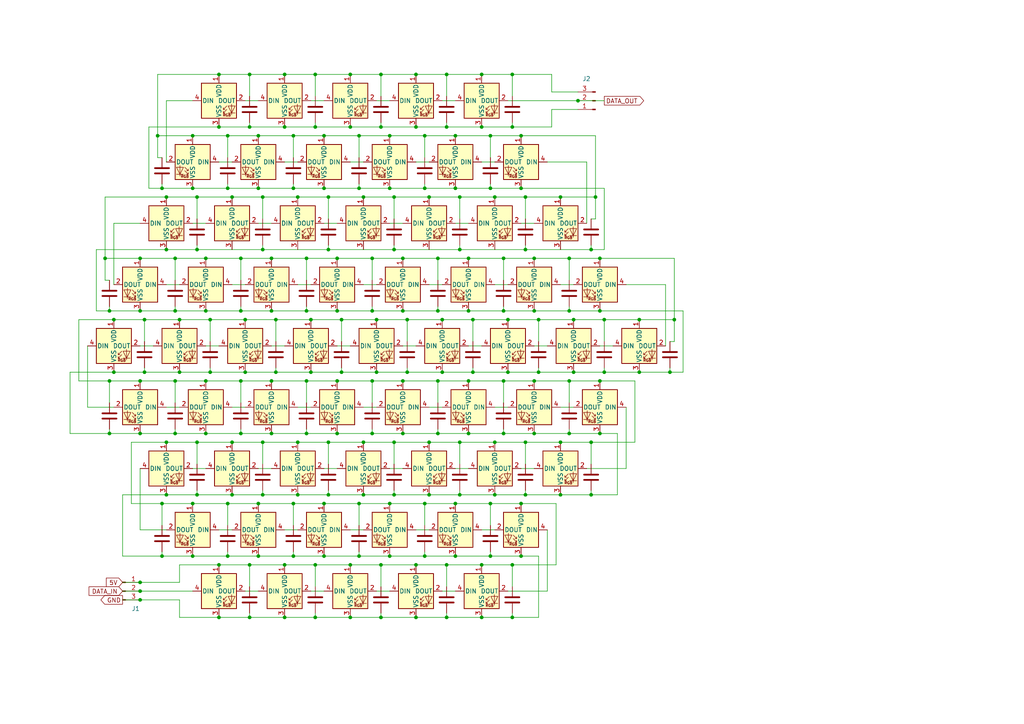
<source format=kicad_sch>
(kicad_sch (version 20230121) (generator eeschema)
  (paper "A4")
  (title_block (title "Hex Addressable LED matrix") (date "2023-11-25") (rev "1"))
  (junction (at 139.7 36.83))
  (junction (at 95.25 72.39))
  (junction (at 172.72 57.15))
  (junction (at 151.13 39.37))
  (junction (at 116.84 110.49))
  (junction (at 40.64 125.73))
  (junction (at 105.41 57.15))
  (junction (at 129.54 21.59))
  (junction (at 167.64 29.21))
  (junction (at 101.6 163.83))
  (junction (at 91.44 21.59))
  (junction (at 114.3 72.39))
  (junction (at 123.19 146.05))
  (junction (at 93.98 54.61))
  (junction (at 127 110.49))
  (junction (at 133.35 128.27))
  (junction (at 116.84 74.93))
  (junction (at 55.88 146.05))
  (junction (at 113.03 161.29))
  (junction (at 85.09 39.37))
  (junction (at 107.95 125.73))
  (junction (at 57.15 143.51))
  (junction (at 76.2 72.39))
  (junction (at 120.65 163.83))
  (junction (at 74.93 161.29))
  (junction (at 60.96 92.71))
  (junction (at 93.98 39.37))
  (junction (at 57.15 72.39))
  (junction (at 107.95 110.49))
  (junction (at 142.24 146.05))
  (junction (at 107.95 74.93))
  (junction (at 97.79 125.73))
  (junction (at 86.36 128.27))
  (junction (at 63.5 179.07))
  (junction (at 151.13 161.29))
  (junction (at 151.13 146.05))
  (junction (at 88.9 90.17))
  (junction (at 129.54 163.83))
  (junction (at 71.12 92.71))
  (junction (at 104.14 54.61))
  (junction (at 52.07 92.71))
  (junction (at 132.08 146.05))
  (junction (at 99.06 92.71))
  (junction (at 95.25 143.51))
  (junction (at 30.48 74.93))
  (junction (at 146.05 125.73))
  (junction (at 162.56 57.15))
  (junction (at 133.35 72.39))
  (junction (at 162.56 128.27))
  (junction (at 46.99 54.61))
  (junction (at 129.54 179.07))
  (junction (at 66.04 39.37))
  (junction (at 31.75 125.73))
  (junction (at 31.75 90.17))
  (junction (at 148.59 36.83))
  (junction (at 105.41 143.51))
  (junction (at 48.26 57.15))
  (junction (at 113.03 54.61))
  (junction (at 40.64 110.49))
  (junction (at 110.49 21.59))
  (junction (at 165.1 90.17))
  (junction (at 78.74 125.73))
  (junction (at 148.59 21.59))
  (junction (at 59.69 110.49))
  (junction (at 55.88 39.37))
  (junction (at 90.17 107.95))
  (junction (at 74.93 54.61))
  (junction (at 123.19 54.61))
  (junction (at 104.14 39.37))
  (junction (at 173.99 74.93))
  (junction (at 104.14 146.05))
  (junction (at 173.99 90.17))
  (junction (at 57.15 128.27))
  (junction (at 33.02 92.71))
  (junction (at 55.88 161.29))
  (junction (at 86.36 143.51))
  (junction (at 110.49 163.83))
  (junction (at 82.55 21.59))
  (junction (at 171.45 143.51))
  (junction (at 69.85 90.17))
  (junction (at 41.91 92.71))
  (junction (at 97.79 74.93))
  (junction (at 72.39 179.07))
  (junction (at 110.49 36.83))
  (junction (at 120.65 21.59))
  (junction (at 48.26 143.51))
  (junction (at 132.08 39.37))
  (junction (at 72.39 163.83))
  (junction (at 113.03 146.05))
  (junction (at 123.19 39.37))
  (junction (at 127 74.93))
  (junction (at 175.26 107.95))
  (junction (at 151.13 54.61))
  (junction (at 173.99 125.73))
  (junction (at 97.79 90.17))
  (junction (at 132.08 161.29))
  (junction (at 142.24 161.29))
  (junction (at 78.74 74.93))
  (junction (at 142.24 54.61))
  (junction (at 66.04 161.29))
  (junction (at 93.98 146.05))
  (junction (at 135.89 90.17))
  (junction (at 110.49 179.07))
  (junction (at 135.89 74.93))
  (junction (at 166.37 107.95))
  (junction (at 127 90.17))
  (junction (at 69.85 74.93))
  (junction (at 101.6 36.83))
  (junction (at 116.84 90.17))
  (junction (at 156.21 92.71))
  (junction (at 165.1 125.73))
  (junction (at 154.94 74.93))
  (junction (at 72.39 21.59))
  (junction (at 139.7 163.83))
  (junction (at 124.46 128.27))
  (junction (at 154.94 90.17))
  (junction (at 139.7 179.07))
  (junction (at 82.55 36.83))
  (junction (at 80.01 107.95))
  (junction (at 80.01 92.71))
  (junction (at 48.26 72.39))
  (junction (at 152.4 128.27))
  (junction (at 50.8 125.73))
  (junction (at 185.42 92.71))
  (junction (at 152.4 72.39))
  (junction (at 63.5 21.59))
  (junction (at 90.17 92.71))
  (junction (at 40.64 168.91))
  (junction (at 101.6 179.07))
  (junction (at 128.27 92.71))
  (junction (at 165.1 74.93))
  (junction (at 46.99 161.29))
  (junction (at 147.32 92.71))
  (junction (at 147.32 107.95))
  (junction (at 93.98 161.29))
  (junction (at 156.21 107.95))
  (junction (at 72.39 36.83))
  (junction (at 104.14 161.29))
  (junction (at 41.91 107.95))
  (junction (at 91.44 179.07))
  (junction (at 123.19 161.29))
  (junction (at 52.07 107.95))
  (junction (at 132.08 54.61))
  (junction (at 166.37 92.71))
  (junction (at 165.1 110.49))
  (junction (at 74.93 146.05))
  (junction (at 139.7 21.59))
  (junction (at 173.99 110.49))
  (junction (at 120.65 36.83))
  (junction (at 146.05 90.17))
  (junction (at 59.69 74.93))
  (junction (at 142.24 39.37))
  (junction (at 154.94 125.73))
  (junction (at 95.25 57.15))
  (junction (at 88.9 74.93))
  (junction (at 63.5 163.83))
  (junction (at 124.46 57.15))
  (junction (at 66.04 54.61))
  (junction (at 57.15 57.15))
  (junction (at 105.41 128.27))
  (junction (at 175.26 92.71))
  (junction (at 67.31 57.15))
  (junction (at 143.51 143.51))
  (junction (at 78.74 110.49))
  (junction (at 76.2 128.27))
  (junction (at 59.69 90.17))
  (junction (at 59.69 125.73))
  (junction (at 135.89 125.73))
  (junction (at 69.85 110.49))
  (junction (at 88.9 110.49))
  (junction (at 195.58 92.71))
  (junction (at 85.09 161.29))
  (junction (at 85.09 54.61))
  (junction (at 107.95 90.17))
  (junction (at 113.03 39.37))
  (junction (at 99.06 107.95))
  (junction (at 82.55 179.07))
  (junction (at 48.26 128.27))
  (junction (at 109.22 92.71))
  (junction (at 143.51 57.15))
  (junction (at 171.45 128.27))
  (junction (at 152.4 57.15))
  (junction (at 109.22 107.95))
  (junction (at 55.88 54.61))
  (junction (at 129.54 36.83))
  (junction (at 40.64 173.99))
  (junction (at 33.02 107.95))
  (junction (at 95.25 128.27))
  (junction (at 67.31 128.27))
  (junction (at 148.59 179.07))
  (junction (at 128.27 107.95))
  (junction (at 114.3 143.51))
  (junction (at 91.44 36.83))
  (junction (at 46.99 146.05))
  (junction (at 127 125.73))
  (junction (at 82.55 163.83))
  (junction (at 124.46 143.51))
  (junction (at 69.85 125.73))
  (junction (at 194.31 107.95))
  (junction (at 146.05 74.93))
  (junction (at 86.36 57.15))
  (junction (at 185.42 107.95))
  (junction (at 135.89 110.49))
  (junction (at 40.64 171.45))
  (junction (at 152.4 143.51))
  (junction (at 120.65 179.07))
  (junction (at 101.6 21.59))
  (junction (at 118.11 92.71))
  (junction (at 88.9 125.73))
  (junction (at 143.51 128.27))
  (junction (at 137.16 92.71))
  (junction (at 60.96 107.95))
  (junction (at 148.59 163.83))
  (junction (at 40.64 90.17))
  (junction (at 66.04 146.05))
  (junction (at 76.2 57.15))
  (junction (at 146.05 110.49))
  (junction (at 162.56 143.51))
  (junction (at 40.64 74.93))
  (junction (at 71.12 107.95))
  (junction (at 63.5 36.83))
  (junction (at 74.93 39.37))
  (junction (at 85.09 146.05))
  (junction (at 91.44 163.83))
  (junction (at 31.75 110.49))
  (junction (at 45.72 39.37))
  (junction (at 97.79 110.49))
  (junction (at 76.2 143.51))
  (junction (at 137.16 107.95))
  (junction (at 116.84 125.73))
  (junction (at 171.45 72.39))
  (junction (at 118.11 107.95))
  (junction (at 78.74 90.17))
  (junction (at 114.3 128.27))
  (junction (at 133.35 143.51))
  (junction (at 67.31 143.51))
  (junction (at 133.35 57.15))
  (junction (at 114.3 57.15))
  (junction (at 154.94 110.49))
  (junction (at 50.8 90.17))
  (junction (at 50.8 74.93))
  (junction (at 50.8 110.49))
  (wire (pts (xy 35.56 173.99) (xy 40.64 173.99)))
  (wire (pts (xy 31.75 110.49) (xy 22.86 110.49)))
  (wire (pts (xy 143.51 128.27) (xy 152.4 128.27)))
  (wire (pts (xy 110.49 179.07) (xy 120.65 179.07)))
  (wire (pts (xy 116.84 90.17) (xy 107.95 90.17)))
  (wire (pts (xy 72.39 179.07) (xy 82.55 179.07)))
  (wire (pts (xy 137.16 106.68) (xy 137.16 107.95)))
  (wire (pts (xy 46.99 54.61) (xy 46.99 53.34)))
  (wire (pts (xy 114.3 142.24) (xy 114.3 143.51)))
  (wire (pts (xy 124.46 153.67) (xy 120.65 153.67)))
  (wire (pts (xy 129.54 36.83) (xy 139.7 36.83)))
  (wire (pts (xy 162.56 72.39) (xy 171.45 72.39)))
  (wire (pts (xy 86.36 128.27) (xy 95.25 128.27)))
  (wire (pts (xy 35.56 143.51) (xy 48.26 143.51)))
  (wire (pts (xy 76.2 72.39) (xy 86.36 72.39)))
  (wire (pts (xy 27.94 90.17) (xy 27.94 72.39)))
  (wire (pts (xy 95.25 142.24) (xy 95.25 143.51)))
  (wire (pts (xy 85.09 160.02) (xy 85.09 161.29)))
  (wire (pts (xy 175.26 72.39) (xy 175.26 54.61)))
  (wire (pts (xy 74.93 135.89) (xy 78.74 135.89)))
  (wire (pts (xy 156.21 179.07) (xy 156.21 161.29)))
  (wire (pts (xy 133.35 143.51) (xy 143.51 143.51)))
  (wire (pts (xy 52.07 173.99) (xy 52.07 179.07)))
  (wire (pts (xy 154.94 110.49) (xy 146.05 110.49)))
  (wire (pts (xy 85.09 161.29) (xy 93.98 161.29)))
  (wire (pts (xy 71.12 118.11) (xy 67.31 118.11)))
  (wire (pts (xy 146.05 124.46) (xy 146.05 125.73)))
  (wire (pts (xy 146.05 88.9) (xy 146.05 90.17)))
  (wire (pts (xy 110.49 177.8) (xy 110.49 179.07)))
  (wire (pts (xy 55.88 161.29) (xy 66.04 161.29)))
  (wire (pts (xy 76.2 128.27) (xy 76.2 134.62)))
  (wire (pts (xy 104.14 146.05) (xy 93.98 146.05)))
  (wire (pts (xy 152.4 57.15) (xy 162.56 57.15)))
  (wire (pts (xy 151.13 64.77) (xy 154.94 64.77)))
  (wire (pts (xy 95.25 128.27) (xy 105.41 128.27)))
  (wire (pts (xy 133.35 71.12) (xy 133.35 72.39)))
  (wire (pts (xy 185.42 92.71) (xy 195.58 92.71)))
  (wire (pts (xy 60.96 92.71) (xy 71.12 92.71)))
  (wire (pts (xy 90.17 171.45) (xy 93.98 171.45)))
  (wire (pts (xy 101.6 36.83) (xy 110.49 36.83)))
  (wire (pts (xy 142.24 39.37) (xy 142.24 45.72)))
  (wire (pts (xy 193.04 82.55) (xy 181.61 82.55)))
  (wire (pts (xy 72.39 21.59) (xy 72.39 27.94)))
  (wire (pts (xy 46.99 146.05) (xy 46.99 152.4)))
  (wire (pts (xy 128.27 29.21) (xy 132.08 29.21)))
  (wire (pts (xy 27.94 72.39) (xy 48.26 72.39)))
  (wire (pts (xy 139.7 36.83) (xy 148.59 36.83)))
  (wire (pts (xy 55.88 146.05) (xy 46.99 146.05)))
  (wire (pts (xy 46.99 161.29) (xy 35.56 161.29)))
  (wire (pts (xy 195.58 99.06) (xy 195.58 92.71)))
  (wire (pts (xy 88.9 124.46) (xy 88.9 125.73)))
  (wire (pts (xy 109.22 82.55) (xy 105.41 82.55)))
  (wire (pts (xy 71.12 92.71) (xy 80.01 92.71)))
  (wire (pts (xy 124.46 46.99) (xy 120.65 46.99)))
  (wire (pts (xy 71.12 107.95) (xy 80.01 107.95)))
  (wire (pts (xy 146.05 74.93) (xy 135.89 74.93)))
  (wire (pts (xy 90.17 118.11) (xy 86.36 118.11)))
  (wire (pts (xy 67.31 153.67) (xy 63.5 153.67)))
  (wire (pts (xy 124.46 57.15) (xy 133.35 57.15)))
  (wire (pts (xy 50.8 74.93) (xy 50.8 81.28)))
  (wire (pts (xy 128.27 107.95) (xy 137.16 107.95)))
  (wire (pts (xy 48.26 72.39) (xy 57.15 72.39)))
  (wire (pts (xy 69.85 110.49) (xy 59.69 110.49)))
  (wire (pts (xy 135.89 74.93) (xy 127 74.93)))
  (wire (pts (xy 30.48 57.15) (xy 48.26 57.15)))
  (wire (pts (xy 113.03 135.89) (xy 116.84 135.89)))
  (wire (pts (xy 76.2 142.24) (xy 76.2 143.51)))
  (wire (pts (xy 45.72 39.37) (xy 45.72 21.59)))
  (wire (pts (xy 143.51 72.39) (xy 152.4 72.39)))
  (wire (pts (xy 85.09 146.05) (xy 85.09 152.4)))
  (wire (pts (xy 148.59 21.59) (xy 160.02 21.59)))
  (wire (pts (xy 151.13 161.29) (xy 142.24 161.29)))
  (wire (pts (xy 22.86 110.49) (xy 22.86 92.71)))
  (wire (pts (xy 162.56 143.51) (xy 171.45 143.51)))
  (wire (pts (xy 104.14 160.02) (xy 104.14 161.29)))
  (wire (pts (xy 173.99 90.17) (xy 165.1 90.17)))
  (wire (pts (xy 41.91 92.71) (xy 52.07 92.71)))
  (wire (pts (xy 114.3 71.12) (xy 114.3 72.39)))
  (wire (pts (xy 127 88.9) (xy 127 90.17)))
  (wire (pts (xy 90.17 107.95) (xy 99.06 107.95)))
  (wire (pts (xy 104.14 39.37) (xy 104.14 45.72)))
  (wire (pts (xy 50.8 124.46) (xy 50.8 125.73)))
  (wire (pts (xy 151.13 39.37) (xy 142.24 39.37)))
  (wire (pts (xy 135.89 100.33) (xy 139.7 100.33)))
  (wire (pts (xy 80.01 107.95) (xy 90.17 107.95)))
  (wire (pts (xy 158.75 171.45) (xy 158.75 153.67)))
  (wire (pts (xy 91.44 163.83) (xy 101.6 163.83)))
  (wire (pts (xy 114.3 72.39) (xy 124.46 72.39)))
  (wire (pts (xy 147.32 82.55) (xy 143.51 82.55)))
  (wire (pts (xy 74.93 54.61) (xy 66.04 54.61)))
  (wire (pts (xy 147.32 29.21) (xy 167.64 29.21)))
  (wire (pts (xy 60.96 92.71) (xy 60.96 99.06)))
  (wire (pts (xy 59.69 125.73) (xy 50.8 125.73)))
  (wire (pts (xy 91.44 35.56) (xy 91.44 36.83)))
  (wire (pts (xy 142.24 146.05) (xy 132.08 146.05)))
  (wire (pts (xy 63.5 163.83) (xy 72.39 163.83)))
  (wire (pts (xy 123.19 161.29) (xy 132.08 161.29)))
  (wire (pts (xy 76.2 128.27) (xy 86.36 128.27)))
  (wire (pts (xy 52.07 179.07) (xy 63.5 179.07)))
  (wire (pts (xy 88.9 88.9) (xy 88.9 90.17)))
  (wire (pts (xy 80.01 92.71) (xy 90.17 92.71)))
  (wire (pts (xy 148.59 163.83) (xy 148.59 170.18)))
  (wire (pts (xy 172.72 63.5) (xy 172.72 57.15)))
  (wire (pts (xy 20.32 125.73) (xy 20.32 107.95)))
  (wire (pts (xy 142.24 53.34) (xy 142.24 54.61)))
  (wire (pts (xy 148.59 163.83) (xy 161.29 163.83)))
  (wire (pts (xy 166.37 118.11) (xy 162.56 118.11)))
  (wire (pts (xy 109.22 29.21) (xy 113.03 29.21)))
  (wire (pts (xy 165.1 110.49) (xy 154.94 110.49)))
  (wire (pts (xy 95.25 57.15) (xy 105.41 57.15)))
  (wire (pts (xy 171.45 143.51) (xy 171.45 142.24)))
  (wire (pts (xy 30.48 74.93) (xy 30.48 57.15)))
  (wire (pts (xy 86.36 153.67) (xy 82.55 153.67)))
  (wire (pts (xy 76.2 143.51) (xy 86.36 143.51)))
  (wire (pts (xy 107.95 74.93) (xy 97.79 74.93)))
  (wire (pts (xy 118.11 92.71) (xy 128.27 92.71)))
  (wire (pts (xy 67.31 128.27) (xy 76.2 128.27)))
  (wire (pts (xy 113.03 64.77) (xy 116.84 64.77)))
  (wire (pts (xy 148.59 21.59) (xy 148.59 27.94)))
  (wire (pts (xy 46.99 146.05) (xy 38.1 146.05)))
  (wire (pts (xy 88.9 74.93) (xy 88.9 81.28)))
  (wire (pts (xy 43.18 36.83) (xy 63.5 36.83)))
  (wire (pts (xy 93.98 64.77) (xy 97.79 64.77)))
  (wire (pts (xy 109.22 92.71) (xy 118.11 92.71)))
  (wire (pts (xy 57.15 142.24) (xy 57.15 143.51)))
  (wire (pts (xy 148.59 36.83) (xy 148.59 35.56)))
  (wire (pts (xy 129.54 163.83) (xy 139.7 163.83)))
  (wire (pts (xy 99.06 92.71) (xy 109.22 92.71)))
  (wire (pts (xy 31.75 81.28) (xy 30.48 81.28)))
  (wire (pts (xy 116.84 100.33) (xy 120.65 100.33)))
  (wire (pts (xy 76.2 57.15) (xy 86.36 57.15)))
  (wire (pts (xy 31.75 90.17) (xy 31.75 88.9)))
  (wire (pts (xy 128.27 118.11) (xy 124.46 118.11)))
  (wire (pts (xy 31.75 125.73) (xy 31.75 124.46)))
  (wire (pts (xy 156.21 106.68) (xy 156.21 107.95)))
  (wire (pts (xy 156.21 161.29) (xy 151.13 161.29)))
  (wire (pts (xy 91.44 163.83) (xy 91.44 170.18)))
  (wire (pts (xy 110.49 163.83) (xy 120.65 163.83)))
  (wire (pts (xy 69.85 88.9) (xy 69.85 90.17)))
  (wire (pts (xy 59.69 74.93) (xy 50.8 74.93)))
  (wire (pts (xy 93.98 39.37) (xy 85.09 39.37)))
  (wire (pts (xy 165.1 125.73) (xy 154.94 125.73)))
  (wire (pts (xy 88.9 110.49) (xy 88.9 116.84)))
  (wire (pts (xy 99.06 106.68) (xy 99.06 107.95)))
  (wire (pts (xy 179.07 143.51) (xy 179.07 125.73)))
  (wire (pts (xy 57.15 72.39) (xy 67.31 72.39)))
  (wire (pts (xy 46.99 54.61) (xy 43.18 54.61)))
  (wire (pts (xy 69.85 110.49) (xy 69.85 116.84)))
  (wire (pts (xy 46.99 161.29) (xy 55.88 161.29)))
  (wire (pts (xy 72.39 35.56) (xy 72.39 36.83)))
  (wire (pts (xy 137.16 92.71) (xy 137.16 99.06)))
  (wire (pts (xy 91.44 179.07) (xy 101.6 179.07)))
  (wire (pts (xy 113.03 161.29) (xy 123.19 161.29)))
  (wire (pts (xy 57.15 128.27) (xy 67.31 128.27)))
  (wire (pts (xy 139.7 163.83) (xy 148.59 163.83)))
  (wire (pts (xy 161.29 163.83) (xy 161.29 146.05)))
  (wire (pts (xy 110.49 36.83) (xy 120.65 36.83)))
  (wire (pts (xy 127 74.93) (xy 116.84 74.93)))
  (wire (pts (xy 20.32 107.95) (xy 33.02 107.95)))
  (wire (pts (xy 85.09 39.37) (xy 74.93 39.37)))
  (wire (pts (xy 123.19 39.37) (xy 123.19 45.72)))
  (wire (pts (xy 113.03 39.37) (xy 104.14 39.37)))
  (wire (pts (xy 86.36 72.39) (xy 95.25 72.39)))
  (wire (pts (xy 107.95 110.49) (xy 107.95 116.84)))
  (wire (pts (xy 165.1 88.9) (xy 165.1 90.17)))
  (wire (pts (xy 59.69 100.33) (xy 63.5 100.33)))
  (wire (pts (xy 67.31 46.99) (xy 63.5 46.99)))
  (wire (pts (xy 116.84 125.73) (xy 107.95 125.73)))
  (wire (pts (xy 105.41 153.67) (xy 101.6 153.67)))
  (wire (pts (xy 135.89 125.73) (xy 127 125.73)))
  (wire (pts (xy 55.88 39.37) (xy 45.72 39.37)))
  (wire (pts (xy 152.4 128.27) (xy 162.56 128.27)))
  (wire (pts (xy 69.85 90.17) (xy 59.69 90.17)))
  (wire (pts (xy 101.6 21.59) (xy 110.49 21.59)))
  (wire (pts (xy 105.41 57.15) (xy 114.3 57.15)))
  (wire (pts (xy 124.46 128.27) (xy 133.35 128.27)))
  (wire (pts (xy 127 110.49) (xy 127 116.84)))
  (wire (pts (xy 74.93 161.29) (xy 85.09 161.29)))
  (wire (pts (xy 118.11 107.95) (xy 128.27 107.95)))
  (wire (pts (xy 123.19 146.05) (xy 123.19 152.4)))
  (wire (pts (xy 116.84 74.93) (xy 107.95 74.93)))
  (wire (pts (xy 30.48 81.28) (xy 30.48 74.93)))
  (wire (pts (xy 107.95 90.17) (xy 97.79 90.17)))
  (wire (pts (xy 85.09 53.34) (xy 85.09 54.61)))
  (wire (pts (xy 123.19 39.37) (xy 113.03 39.37)))
  (wire (pts (xy 78.74 125.73) (xy 69.85 125.73)))
  (wire (pts (xy 71.12 82.55) (xy 67.31 82.55)))
  (wire (pts (xy 40.64 74.93) (xy 30.48 74.93)))
  (wire (pts (xy 66.04 39.37) (xy 66.04 45.72)))
  (wire (pts (xy 59.69 110.49) (xy 50.8 110.49)))
  (wire (pts (xy 74.93 64.77) (xy 78.74 64.77)))
  (wire (pts (xy 66.04 160.02) (xy 66.04 161.29)))
  (wire (pts (xy 33.02 118.11) (xy 25.4 118.11)))
  (wire (pts (xy 151.13 135.89) (xy 154.94 135.89)))
  (wire (pts (xy 142.24 146.05) (xy 142.24 152.4)))
  (wire (pts (xy 129.54 177.8) (xy 129.54 179.07)))
  (wire (pts (xy 67.31 72.39) (xy 76.2 72.39)))
  (wire (pts (xy 167.64 29.21) (xy 175.26 29.21)))
  (wire (pts (xy 116.84 110.49) (xy 107.95 110.49)))
  (wire (pts (xy 99.06 92.71) (xy 99.06 99.06)))
  (wire (pts (xy 93.98 146.05) (xy 85.09 146.05)))
  (wire (pts (xy 127 110.49) (xy 116.84 110.49)))
  (wire (pts (xy 129.54 21.59) (xy 129.54 27.94)))
  (wire (pts (xy 38.1 146.05) (xy 38.1 128.27)))
  (wire (pts (xy 50.8 88.9) (xy 50.8 90.17)))
  (wire (pts (xy 123.19 53.34) (xy 123.19 54.61)))
  (wire (pts (xy 52.07 107.95) (xy 60.96 107.95)))
  (wire (pts (xy 57.15 57.15) (xy 67.31 57.15)))
  (wire (pts (xy 147.32 171.45) (xy 158.75 171.45)))
  (wire (pts (xy 97.79 110.49) (xy 88.9 110.49)))
  (wire (pts (xy 40.64 110.49) (xy 31.75 110.49)))
  (wire (pts (xy 52.07 118.11) (xy 48.26 118.11)))
  (wire (pts (xy 165.1 90.17) (xy 154.94 90.17)))
  (wire (pts (xy 162.56 128.27) (xy 171.45 128.27)))
  (wire (pts (xy 170.18 46.99) (xy 158.75 46.99)))
  (wire (pts (xy 151.13 146.05) (xy 142.24 146.05)))
  (wire (pts (xy 118.11 92.71) (xy 118.11 99.06)))
  (wire (pts (xy 120.65 36.83) (xy 129.54 36.83)))
  (wire (pts (xy 110.49 21.59) (xy 120.65 21.59)))
  (wire (pts (xy 123.19 146.05) (xy 113.03 146.05)))
  (wire (pts (xy 127 74.93) (xy 127 81.28)))
  (wire (pts (xy 132.08 39.37) (xy 123.19 39.37)))
  (wire (pts (xy 80.01 92.71) (xy 80.01 99.06)))
  (wire (pts (xy 194.31 107.95) (xy 198.12 107.95)))
  (wire (pts (xy 166.37 92.71) (xy 175.26 92.71)))
  (wire (pts (xy 137.16 107.95) (xy 147.32 107.95)))
  (wire (pts (xy 114.3 128.27) (xy 114.3 134.62)))
  (wire (pts (xy 78.74 74.93) (xy 69.85 74.93)))
  (wire (pts (xy 35.56 161.29) (xy 35.56 143.51)))
  (wire (pts (xy 143.51 57.15) (xy 152.4 57.15)))
  (wire (pts (xy 114.3 57.15) (xy 124.46 57.15)))
  (wire (pts (xy 82.55 179.07) (xy 91.44 179.07)))
  (wire (pts (xy 41.91 92.71) (xy 41.91 99.06)))
  (wire (pts (xy 55.88 54.61) (xy 46.99 54.61)))
  (wire (pts (xy 90.17 92.71) (xy 99.06 92.71)))
  (wire (pts (xy 114.3 128.27) (xy 124.46 128.27)))
  (wire (pts (xy 48.26 153.67) (xy 40.64 153.67)))
  (wire (pts (xy 69.85 125.73) (xy 59.69 125.73)))
  (wire (pts (xy 66.04 39.37) (xy 55.88 39.37)))
  (wire (pts (xy 43.18 54.61) (xy 43.18 36.83)))
  (wire (pts (xy 93.98 161.29) (xy 104.14 161.29)))
  (wire (pts (xy 161.29 146.05) (xy 151.13 146.05)))
  (wire (pts (xy 129.54 179.07) (xy 139.7 179.07)))
  (wire (pts (xy 97.79 74.93) (xy 88.9 74.93)))
  (wire (pts (xy 109.22 107.95) (xy 118.11 107.95)))
  (wire (pts (xy 74.93 146.05) (xy 66.04 146.05)))
  (wire (pts (xy 107.95 124.46) (xy 107.95 125.73)))
  (wire (pts (xy 124.46 72.39) (xy 133.35 72.39)))
  (wire (pts (xy 154.94 125.73) (xy 146.05 125.73)))
  (wire (pts (xy 40.64 125.73) (xy 31.75 125.73)))
  (wire (pts (xy 154.94 74.93) (xy 146.05 74.93)))
  (wire (pts (xy 63.5 179.07) (xy 72.39 179.07)))
  (wire (pts (xy 114.3 143.51) (xy 124.46 143.51)))
  (wire (pts (xy 95.25 128.27) (xy 95.25 134.62)))
  (wire (pts (xy 152.4 57.15) (xy 152.4 63.5)))
  (wire (pts (xy 113.03 54.61) (xy 104.14 54.61)))
  (wire (pts (xy 95.25 57.15) (xy 95.25 63.5)))
  (wire (pts (xy 146.05 110.49) (xy 146.05 116.84)))
  (wire (pts (xy 78.74 90.17) (xy 69.85 90.17)))
  (wire (pts (xy 48.26 46.99) (xy 48.26 29.21)))
  (wire (pts (xy 152.4 143.51) (xy 162.56 143.51)))
  (wire (pts (xy 160.02 21.59) (xy 160.02 26.67)))
  (wire (pts (xy 40.64 90.17) (xy 31.75 90.17)))
  (wire (pts (xy 33.02 92.71) (xy 41.91 92.71)))
  (wire (pts (xy 171.45 143.51) (xy 179.07 143.51)))
  (wire (pts (xy 128.27 92.71) (xy 137.16 92.71)))
  (wire (pts (xy 59.69 90.17) (xy 50.8 90.17)))
  (wire (pts (xy 175.26 54.61) (xy 151.13 54.61)))
  (wire (pts (xy 104.14 146.05) (xy 104.14 152.4)))
  (wire (pts (xy 127 90.17) (xy 116.84 90.17)))
  (wire (pts (xy 133.35 128.27) (xy 133.35 134.62)))
  (wire (pts (xy 133.35 142.24) (xy 133.35 143.51)))
  (wire (pts (xy 66.04 146.05) (xy 55.88 146.05)))
  (wire (pts (xy 50.8 125.73) (xy 40.64 125.73)))
  (wire (pts (xy 135.89 90.17) (xy 127 90.17)))
  (wire (pts (xy 69.85 74.93) (xy 59.69 74.93)))
  (wire (pts (xy 175.26 107.95) (xy 185.42 107.95)))
  (wire (pts (xy 129.54 35.56) (xy 129.54 36.83)))
  (wire (pts (xy 50.8 110.49) (xy 40.64 110.49)))
  (wire (pts (xy 50.8 74.93) (xy 40.64 74.93)))
  (wire (pts (xy 31.75 90.17) (xy 27.94 90.17)))
  (wire (pts (xy 74.93 39.37) (xy 66.04 39.37)))
  (wire (pts (xy 156.21 107.95) (xy 166.37 107.95)))
  (wire (pts (xy 91.44 21.59) (xy 101.6 21.59)))
  (wire (pts (xy 139.7 179.07) (xy 148.59 179.07)))
  (wire (pts (xy 154.94 90.17) (xy 146.05 90.17)))
  (wire (pts (xy 52.07 168.91) (xy 52.07 163.83)))
  (wire (pts (xy 104.14 39.37) (xy 93.98 39.37)))
  (wire (pts (xy 120.65 163.83) (xy 129.54 163.83)))
  (wire (pts (xy 152.4 71.12) (xy 152.4 72.39)))
  (wire (pts (xy 93.98 54.61) (xy 85.09 54.61)))
  (wire (pts (xy 123.19 54.61) (xy 113.03 54.61)))
  (wire (pts (xy 175.26 92.71) (xy 185.42 92.71)))
  (wire (pts (xy 156.21 92.71) (xy 156.21 99.06)))
  (wire (pts (xy 194.31 99.06) (xy 195.58 99.06)))
  (wire (pts (xy 110.49 35.56) (xy 110.49 36.83)))
  (wire (pts (xy 171.45 63.5) (xy 172.72 63.5)))
  (wire (pts (xy 45.72 45.72) (xy 45.72 39.37)))
  (wire (pts (xy 82.55 36.83) (xy 91.44 36.83)))
  (wire (pts (xy 40.64 100.33) (xy 44.45 100.33)))
  (wire (pts (xy 66.04 146.05) (xy 66.04 152.4)))
  (wire (pts (xy 97.79 125.73) (xy 88.9 125.73)))
  (wire (pts (xy 72.39 163.83) (xy 82.55 163.83)))
  (wire (pts (xy 105.41 46.99) (xy 101.6 46.99)))
  (wire (pts (xy 86.36 57.15) (xy 95.25 57.15)))
  (wire (pts (xy 90.17 82.55) (xy 86.36 82.55)))
  (wire (pts (xy 129.54 21.59) (xy 139.7 21.59)))
  (wire (pts (xy 66.04 54.61) (xy 55.88 54.61)))
  (wire (pts (xy 50.8 110.49) (xy 50.8 116.84)))
  (wire (pts (xy 139.7 21.59) (xy 148.59 21.59)))
  (wire (pts (xy 166.37 107.95) (xy 175.26 107.95)))
  (wire (pts (xy 181.61 135.89) (xy 181.61 118.11)))
  (wire (pts (xy 104.14 54.61) (xy 93.98 54.61)))
  (wire (pts (xy 172.72 39.37) (xy 151.13 39.37)))
  (wire (pts (xy 120.65 21.59) (xy 129.54 21.59)))
  (wire (pts (xy 147.32 107.95) (xy 156.21 107.95)))
  (wire (pts (xy 172.72 57.15) (xy 172.72 39.37)))
  (wire (pts (xy 76.2 57.15) (xy 76.2 63.5)))
  (wire (pts (xy 25.4 100.33) (xy 25.4 118.11)))
  (wire (pts (xy 85.09 39.37) (xy 85.09 45.72)))
  (wire (pts (xy 156.21 92.71) (xy 166.37 92.71)))
  (wire (pts (xy 40.64 153.67) (xy 40.64 135.89)))
  (wire (pts (xy 133.35 57.15) (xy 133.35 63.5)))
  (wire (pts (xy 78.74 100.33) (xy 82.55 100.33)))
  (wire (pts (xy 33.02 64.77) (xy 40.64 64.77)))
  (wire (pts (xy 179.07 125.73) (xy 173.99 125.73)))
  (wire (pts (xy 57.15 57.15) (xy 57.15 63.5)))
  (wire (pts (xy 72.39 163.83) (xy 72.39 170.18)))
  (wire (pts (xy 184.15 110.49) (xy 173.99 110.49)))
  (wire (pts (xy 170.18 135.89) (xy 181.61 135.89)))
  (wire (pts (xy 52.07 92.71) (xy 60.96 92.71)))
  (wire (pts (xy 109.22 171.45) (xy 113.03 171.45)))
  (wire (pts (xy 48.26 128.27) (xy 57.15 128.27)))
  (wire (pts (xy 69.85 124.46) (xy 69.85 125.73)))
  (wire (pts (xy 193.04 100.33) (xy 193.04 82.55)))
  (wire (pts (xy 154.94 100.33) (xy 158.75 100.33)))
  (wire (pts (xy 175.26 92.71) (xy 175.26 99.06)))
  (wire (pts (xy 152.4 142.24) (xy 152.4 143.51)))
  (wire (pts (xy 107.95 74.93) (xy 107.95 81.28)))
  (wire (pts (xy 171.45 128.27) (xy 184.15 128.27)))
  (wire (pts (xy 40.64 171.45) (xy 55.88 171.45)))
  (wire (pts (xy 55.88 64.77) (xy 59.69 64.77)))
  (wire (pts (xy 95.25 71.12) (xy 95.25 72.39)))
  (wire (pts (xy 48.26 143.51) (xy 57.15 143.51)))
  (wire (pts (xy 101.6 163.83) (xy 110.49 163.83)))
  (wire (pts (xy 60.96 107.95) (xy 71.12 107.95)))
  (wire (pts (xy 86.36 46.99) (xy 82.55 46.99)))
  (wire (pts (xy 88.9 90.17) (xy 78.74 90.17)))
  (wire (pts (xy 171.45 128.27) (xy 171.45 134.62)))
  (wire (pts (xy 147.32 92.71) (xy 156.21 92.71)))
  (wire (pts (xy 173.99 125.73) (xy 165.1 125.73)))
  (wire (pts (xy 40.64 168.91) (xy 52.07 168.91)))
  (wire (pts (xy 86.36 143.51) (xy 95.25 143.51)))
  (wire (pts (xy 133.35 128.27) (xy 143.51 128.27)))
  (wire (pts (xy 72.39 21.59) (xy 82.55 21.59)))
  (wire (pts (xy 185.42 107.95) (xy 194.31 107.95)))
  (wire (pts (xy 109.22 118.11) (xy 105.41 118.11)))
  (wire (pts (xy 110.49 21.59) (xy 110.49 27.94)))
  (wire (pts (xy 137.16 92.71) (xy 147.32 92.71)))
  (wire (pts (xy 148.59 179.07) (xy 148.59 177.8)))
  (wire (pts (xy 113.03 146.05) (xy 104.14 146.05)))
  (wire (pts (xy 31.75 110.49) (xy 31.75 116.84)))
  (wire (pts (xy 71.12 171.45) (xy 74.93 171.45)))
  (wire (pts (xy 132.08 135.89) (xy 135.89 135.89)))
  (wire (pts (xy 142.24 54.61) (xy 132.08 54.61)))
  (wire (pts (xy 57.15 71.12) (xy 57.15 72.39)))
  (wire (pts (xy 41.91 106.68) (xy 41.91 107.95)))
  (wire (pts (xy 35.56 171.45) (xy 40.64 171.45)))
  (wire (pts (xy 132.08 146.05) (xy 123.19 146.05)))
  (wire (pts (xy 85.09 146.05) (xy 74.93 146.05)))
  (wire (pts (xy 52.07 163.83) (xy 63.5 163.83)))
  (wire (pts (xy 166.37 82.55) (xy 162.56 82.55)))
  (wire (pts (xy 198.12 90.17) (xy 173.99 90.17)))
  (wire (pts (xy 67.31 57.15) (xy 76.2 57.15)))
  (wire (pts (xy 91.44 21.59) (xy 91.44 27.94)))
  (wire (pts (xy 175.26 106.68) (xy 175.26 107.95)))
  (wire (pts (xy 162.56 57.15) (xy 172.72 57.15)))
  (wire (pts (xy 88.9 125.73) (xy 78.74 125.73)))
  (wire (pts (xy 63.5 21.59) (xy 72.39 21.59)))
  (wire (pts (xy 88.9 110.49) (xy 78.74 110.49)))
  (wire (pts (xy 146.05 110.49) (xy 135.89 110.49)))
  (wire (pts (xy 171.45 72.39) (xy 171.45 71.12)))
  (wire (pts (xy 146.05 90.17) (xy 135.89 90.17)))
  (wire (pts (xy 129.54 163.83) (xy 129.54 170.18)))
  (wire (pts (xy 41.91 107.95) (xy 52.07 107.95)))
  (wire (pts (xy 82.55 163.83) (xy 91.44 163.83)))
  (wire (pts (xy 60.96 106.68) (xy 60.96 107.95)))
  (wire (pts (xy 165.1 110.49) (xy 165.1 116.84)))
  (wire (pts (xy 132.08 54.61) (xy 123.19 54.61)))
  (wire (pts (xy 173.99 110.49) (xy 165.1 110.49)))
  (wire (pts (xy 48.26 57.15) (xy 57.15 57.15)))
  (wire (pts (xy 104.14 53.34) (xy 104.14 54.61)))
  (wire (pts (xy 45.72 21.59) (xy 63.5 21.59)))
  (wire (pts (xy 104.14 161.29) (xy 113.03 161.29)))
  (wire (pts (xy 165.1 74.93) (xy 165.1 81.28)))
  (wire (pts (xy 93.98 135.89) (xy 97.79 135.89)))
  (wire (pts (xy 72.39 177.8) (xy 72.39 179.07)))
  (wire (pts (xy 146.05 125.73) (xy 135.89 125.73)))
  (wire (pts (xy 128.27 82.55) (xy 124.46 82.55)))
  (wire (pts (xy 173.99 74.93) (xy 165.1 74.93)))
  (wire (pts (xy 165.1 124.46) (xy 165.1 125.73)))
  (wire (pts (xy 173.99 100.33) (xy 177.8 100.33)))
  (wire (pts (xy 143.51 143.51) (xy 152.4 143.51)))
  (wire (pts (xy 97.79 90.17) (xy 88.9 90.17)))
  (wire (pts (xy 88.9 74.93) (xy 78.74 74.93)))
  (wire (pts (xy 97.79 100.33) (xy 101.6 100.33)))
  (wire (pts (xy 128.27 171.45) (xy 132.08 171.45)))
  (wire (pts (xy 147.32 118.11) (xy 143.51 118.11)))
  (wire (pts (xy 146.05 74.93) (xy 146.05 81.28)))
  (wire (pts (xy 57.15 143.51) (xy 67.31 143.51)))
  (wire (pts (xy 33.02 107.95) (xy 41.91 107.95)))
  (wire (pts (xy 118.11 106.68) (xy 118.11 107.95)))
  (wire (pts (xy 135.89 110.49) (xy 127 110.49)))
  (wire (pts (xy 120.65 179.07) (xy 129.54 179.07)))
  (wire (pts (xy 72.39 36.83) (xy 82.55 36.83)))
  (wire (pts (xy 95.25 72.39) (xy 105.41 72.39)))
  (wire (pts (xy 35.56 168.91) (xy 40.64 168.91)))
  (wire (pts (xy 31.75 125.73) (xy 20.32 125.73)))
  (wire (pts (xy 107.95 110.49) (xy 97.79 110.49)))
  (wire (pts (xy 151.13 54.61) (xy 142.24 54.61)))
  (wire (pts (xy 123.19 160.02) (xy 123.19 161.29)))
  (wire (pts (xy 165.1 74.93) (xy 154.94 74.93)))
  (wire (pts (xy 55.88 135.89) (xy 59.69 135.89)))
  (wire (pts (xy 57.15 128.27) (xy 57.15 134.62)))
  (wire (pts (xy 133.35 72.39) (xy 143.51 72.39)))
  (wire (pts (xy 33.02 82.55) (xy 33.02 64.77)))
  (wire (pts (xy 114.3 57.15) (xy 114.3 63.5)))
  (wire (pts (xy 46.99 161.29) (xy 46.99 160.02)))
  (wire (pts (xy 152.4 128.27) (xy 152.4 134.62)))
  (wire (pts (xy 142.24 161.29) (xy 132.08 161.29)))
  (wire (pts (xy 69.85 74.93) (xy 69.85 81.28)))
  (wire (pts (xy 66.04 53.34) (xy 66.04 54.61)))
  (wire (pts (xy 167.64 26.67) (xy 160.02 26.67)))
  (wire (pts (xy 198.12 107.95) (xy 198.12 90.17)))
  (wire (pts (xy 160.02 31.75) (xy 160.02 36.83)))
  (wire (pts (xy 99.06 107.95) (xy 109.22 107.95)))
  (wire (pts (xy 170.18 64.77) (xy 170.18 46.99)))
  (wire (pts (xy 143.51 153.67) (xy 139.7 153.67)))
  (wire (pts (xy 133.35 57.15) (xy 143.51 57.15)))
  (wire (pts (xy 195.58 92.71) (xy 195.58 74.93)))
  (wire (pts (xy 152.4 72.39) (xy 162.56 72.39)))
  (wire (pts (xy 132.08 64.77) (xy 135.89 64.77)))
  (wire (pts (xy 63.5 36.83) (xy 72.39 36.83)))
  (wire (pts (xy 38.1 128.27) (xy 48.26 128.27)))
  (wire (pts (xy 194.31 107.95) (xy 194.31 106.68)))
  (wire (pts (xy 80.01 106.68) (xy 80.01 107.95)))
  (wire (pts (xy 142.24 39.37) (xy 132.08 39.37)))
  (wire (pts (xy 85.09 54.61) (xy 74.93 54.61)))
  (wire (pts (xy 52.07 82.55) (xy 48.26 82.55)))
  (wire (pts (xy 71.12 29.21) (xy 74.93 29.21)))
  (wire (pts (xy 127 125.73) (xy 116.84 125.73)))
  (wire (pts (xy 195.58 74.93) (xy 173.99 74.93)))
  (wire (pts (xy 90.17 29.21) (xy 93.98 29.21)))
  (wire (pts (xy 148.59 36.83) (xy 160.02 36.83)))
  (wire (pts (xy 127 124.46) (xy 127 125.73)))
  (wire (pts (xy 91.44 36.83) (xy 101.6 36.83)))
  (wire (pts (xy 40.64 173.99) (xy 52.07 173.99)))
  (wire (pts (xy 46.99 45.72) (xy 45.72 45.72)))
  (wire (pts (xy 22.86 92.71) (xy 33.02 92.71)))
  (wire (pts (xy 124.46 143.51) (xy 133.35 143.51)))
  (wire (pts (xy 101.6 179.07) (xy 110.49 179.07)))
  (wire (pts (xy 110.49 163.83) (xy 110.49 170.18)))
  (wire (pts (xy 82.55 21.59) (xy 91.44 21.59)))
  (wire (pts (xy 105.41 128.27) (xy 114.3 128.27)))
  (wire (pts (xy 66.04 161.29) (xy 74.93 161.29)))
  (wire (pts (xy 91.44 177.8) (xy 91.44 179.07)))
  (wire (pts (xy 167.64 31.75) (xy 160.02 31.75)))
  (wire (pts (xy 143.51 46.99) (xy 139.7 46.99)))
  (wire (pts (xy 48.26 29.21) (xy 55.88 29.21)))
  (wire (pts (xy 142.24 160.02) (xy 142.24 161.29)))
  (wire (pts (xy 107.95 125.73) (xy 97.79 125.73)))
  (wire (pts (xy 107.95 88.9) (xy 107.95 90.17)))
  (wire (pts (xy 105.41 72.39) (xy 114.3 72.39)))
  (wire (pts (xy 76.2 71.12) (xy 76.2 72.39)))
  (wire (pts (xy 50.8 90.17) (xy 40.64 90.17)))
  (wire (pts (xy 148.59 179.07) (xy 156.21 179.07)))
  (wire (pts (xy 184.15 128.27) (xy 184.15 110.49)))
  (wire (pts (xy 78.74 110.49) (xy 69.85 110.49)))
  (wire (pts (xy 95.25 143.51) (xy 105.41 143.51)))
  (wire (pts (xy 67.31 143.51) (xy 76.2 143.51)))
  (wire (pts (xy 105.41 143.51) (xy 114.3 143.51)))
  (wire (pts (xy 171.45 72.39) (xy 175.26 72.39)))
  (global_label "GND" (shape output) (at 35.56 173.99 180) (property "Intersheetrefs" "${INTERSHEET_REFS}" (effects hide)))
  (global_label "DATA_IN" (shape input) (at 35.56 171.45 180) (property "Intersheetrefs" "${INTERSHEET_REFS}" (effects hide)))
  (global_label "5V" (shape input) (at 35.56 168.91 180) (property "Intersheetrefs" "${INTERSHEET_REFS}" (effects hide)))
  (global_label "DATA_OUT" (shape output) (at 175.26 29.21 0) (property "Intersheetrefs" "${INTERSHEET_REFS}" (effects hide)))
  (symbol (lib_id "Device:C") (at 46.99 49.53 0) (mirror y) (unit 1)
    (property "Reference" "C16" (effects hide))
    (property "Value" "C" (effects hide))
    (property "Footprint" "Capacitor_SMD:C_0201_0603Metric" (effects hide))
  )
  (symbol (lib_id "LED:WS2812B") (at 116.84 82.55 0) (mirror y) (unit 1)
    (property "Reference" "D22" (effects hide))
    (property "Value" "WS2812B" (effects hide))
    (property "Footprint" "LED_SMD:LED_WS2812B_PLCC4_5.0x5.0mm_P3.2mm" (effects hide))
    (property "Datasheet" "https://cdn-shop.adafruit.com/datasheets/WS2812B.pdf" (effects hide))
  )
  (symbol (lib_id "LED:WS2812B") (at 101.6 29.21 0) (unit 1)
    (property "Reference" "D3" (effects hide))
    (property "Value" "WS2812B" (effects hide))
    (property "Footprint" "LED_SMD:LED_WS2812B_PLCC4_5.0x5.0mm_P3.2mm" (effects hide))
    (property "Datasheet" "https://cdn-shop.adafruit.com/datasheets/WS2812B.pdf" (effects hide))
  )
  (symbol (lib_id "Device:C") (at 69.85 120.65 0) (mirror y) (unit 1)
    (property "Reference" "C50" (effects hide))
    (property "Value" "C" (effects hide))
    (property "Footprint" "Capacitor_SMD:C_0201_0603Metric" (effects hide))
  )
  (symbol (lib_id "Device:C") (at 148.59 173.99 0) (unit 1)
    (property "Reference" "C15" (effects hide))
    (property "Value" "C" (effects hide))
    (property "Footprint" "Capacitor_SMD:C_0201_0603Metric" (effects hide))
  )
  (symbol (lib_id "Device:C") (at 57.15 138.43 0) (unit 1)
    (property "Reference" "C30" (effects hide))
    (property "Value" "C" (effects hide))
    (property "Footprint" "Capacitor_SMD:C_0201_0603Metric" (effects hide))
  )
  (symbol (lib_id "Device:C") (at 88.9 120.65 0) (mirror y) (unit 1)
    (property "Reference" "C49" (effects hide))
    (property "Value" "C" (effects hide))
    (property "Footprint" "Capacitor_SMD:C_0201_0603Metric" (effects hide))
  )
  (symbol (lib_id "Device:C") (at 46.99 156.21 0) (mirror y) (unit 1)
    (property "Reference" "C22" (effects hide))
    (property "Value" "C" (effects hide))
    (property "Footprint" "Capacitor_SMD:C_0201_0603Metric" (effects hide))
  )
  (symbol (lib_id "LED:WS2812B") (at 154.94 118.11 0) (mirror y) (unit 1)
    (property "Reference" "D55" (effects hide))
    (property "Value" "WS2812B" (effects hide))
    (property "Footprint" "LED_SMD:LED_WS2812B_PLCC4_5.0x5.0mm_P3.2mm" (effects hide))
    (property "Datasheet" "https://cdn-shop.adafruit.com/datasheets/WS2812B.pdf" (effects hide))
  )
  (symbol (lib_id "Device:C") (at 107.95 85.09 0) (mirror y) (unit 1)
    (property "Reference" "C39" (effects hide))
    (property "Value" "C" (effects hide))
    (property "Footprint" "Capacitor_SMD:C_0201_0603Metric" (effects hide))
  )
  (symbol (lib_id "Device:C") (at 72.39 173.99 0) (unit 1)
    (property "Reference" "C11" (effects hide))
    (property "Value" "C" (effects hide))
    (property "Footprint" "Capacitor_SMD:C_0201_0603Metric" (effects hide))
  )
  (symbol (lib_id "Device:C") (at 66.04 49.53 0) (mirror y) (unit 1)
    (property "Reference" "C10" (effects hide))
    (property "Value" "C" (effects hide))
    (property "Footprint" "Capacitor_SMD:C_0201_0603Metric" (effects hide))
  )
  (symbol (lib_id "LED:WS2812B") (at 162.56 135.89 0) (unit 1)
    (property "Reference" "D33" (effects hide))
    (property "Value" "WS2812B" (effects hide))
    (property "Footprint" "LED_SMD:LED_WS2812B_PLCC4_5.0x5.0mm_P3.2mm" (effects hide))
    (property "Datasheet" "https://cdn-shop.adafruit.com/datasheets/WS2812B.pdf" (effects hide))
  )
  (symbol (lib_id "Device:C") (at 127 85.09 0) (mirror y) (unit 1)
    (property "Reference" "C38" (effects hide))
    (property "Value" "C" (effects hide))
    (property "Footprint" "Capacitor_SMD:C_0201_0603Metric" (effects hide))
  )
  (symbol (lib_id "LED:WS2812B") (at 33.02 100.33 0) (unit 1)
    (property "Reference" "D53" (effects hide))
    (property "Value" "WS2812B" (effects hide))
    (property "Footprint" "LED_SMD:LED_WS2812B_PLCC4_5.0x5.0mm_P3.2mm" (effects hide))
    (property "Datasheet" "https://cdn-shop.adafruit.com/datasheets/WS2812B.pdf" (effects hide))
  )
  (symbol (lib_id "Device:C") (at 165.1 85.09 0) (mirror y) (unit 1)
    (property "Reference" "C44" (effects hide))
    (property "Value" "C" (effects hide))
    (property "Footprint" "Capacitor_SMD:C_0201_0603Metric" (effects hide))
  )
  (symbol (lib_id "LED:WS2812B") (at 63.5 171.45 0) (unit 1)
    (property "Reference" "D40" (effects hide))
    (property "Value" "WS2812B" (effects hide))
    (property "Footprint" "LED_SMD:LED_WS2812B_PLCC4_5.0x5.0mm_P3.2mm" (effects hide))
    (property "Datasheet" "https://cdn-shop.adafruit.com/datasheets/WS2812B.pdf" (effects hide))
  )
  (symbol (lib_id "LED:WS2812B") (at 82.55 171.45 0) (unit 1)
    (property "Reference" "D41" (effects hide))
    (property "Value" "WS2812B" (effects hide))
    (property "Footprint" "LED_SMD:LED_WS2812B_PLCC4_5.0x5.0mm_P3.2mm" (effects hide))
    (property "Datasheet" "https://cdn-shop.adafruit.com/datasheets/WS2812B.pdf" (effects hide))
  )
  (symbol (lib_id "LED:WS2812B") (at 105.41 135.89 0) (unit 1)
    (property "Reference" "D30" (effects hide))
    (property "Value" "WS2812B" (effects hide))
    (property "Footprint" "LED_SMD:LED_WS2812B_PLCC4_5.0x5.0mm_P3.2mm" (effects hide))
    (property "Datasheet" "https://cdn-shop.adafruit.com/datasheets/WS2812B.pdf" (effects hide))
  )
  (symbol (lib_id "LED:WS2812B") (at 132.08 153.67 0) (mirror y) (unit 1)
    (property "Reference" "D35" (effects hide))
    (property "Value" "WS2812B" (effects hide))
    (property "Footprint" "LED_SMD:LED_WS2812B_PLCC4_5.0x5.0mm_P3.2mm" (effects hide))
    (property "Datasheet" "https://cdn-shop.adafruit.com/datasheets/WS2812B.pdf" (effects hide))
  )
  (symbol (lib_id "Connector:Conn_01x03_Pin") (at 35.56 171.45 0) (unit 1)
    (property "Reference" "J1" (at 39.37 176.53 0))
    (property "Value" "Conn_01x03_Pin" (effects hide))
    (property "Footprint" "Library:Connector_1x04-1MP_P1.0mm_Horizontal" (effects hide))
  )
  (symbol (lib_id "LED:WS2812B") (at 124.46 135.89 0) (unit 1)
    (property "Reference" "D31" (effects hide))
    (property "Value" "WS2812B" (effects hide))
    (property "Footprint" "LED_SMD:LED_WS2812B_PLCC4_5.0x5.0mm_P3.2mm" (effects hide))
    (property "Datasheet" "https://cdn-shop.adafruit.com/datasheets/WS2812B.pdf" (effects hide))
  )
  (symbol (lib_id "LED:WS2812B") (at 162.56 64.77 0) (unit 1)
    (property "Reference" "D18" (effects hide))
    (property "Value" "WS2812B" (effects hide))
    (property "Footprint" "LED_SMD:LED_WS2812B_PLCC4_5.0x5.0mm_P3.2mm" (effects hide))
    (property "Datasheet" "https://cdn-shop.adafruit.com/datasheets/WS2812B.pdf" (effects hide))
  )
  (symbol (lib_id "Device:C") (at 76.2 138.43 0) (unit 1)
    (property "Reference" "C31" (effects hide))
    (property "Value" "C" (effects hide))
    (property "Footprint" "Capacitor_SMD:C_0201_0603Metric" (effects hide))
  )
  (symbol (lib_id "LED:WS2812B") (at 101.6 171.45 0) (unit 1)
    (property "Reference" "D42" (effects hide))
    (property "Value" "WS2812B" (effects hide))
    (property "Footprint" "LED_SMD:LED_WS2812B_PLCC4_5.0x5.0mm_P3.2mm" (effects hide))
    (property "Datasheet" "https://cdn-shop.adafruit.com/datasheets/WS2812B.pdf" (effects hide))
  )
  (symbol (lib_id "LED:WS2812B") (at 151.13 46.99 0) (mirror y) (unit 1)
    (property "Reference" "D6" (effects hide))
    (property "Value" "WS2812B" (effects hide))
    (property "Footprint" "LED_SMD:LED_WS2812B_PLCC4_5.0x5.0mm_P3.2mm" (effects hide))
    (property "Datasheet" "https://cdn-shop.adafruit.com/datasheets/WS2812B.pdf" (effects hide))
  )
  (symbol (lib_id "LED:WS2812B") (at 78.74 82.55 0) (mirror y) (unit 1)
    (property "Reference" "D24" (effects hide))
    (property "Value" "WS2812B" (effects hide))
    (property "Footprint" "LED_SMD:LED_WS2812B_PLCC4_5.0x5.0mm_P3.2mm" (effects hide))
    (property "Datasheet" "https://cdn-shop.adafruit.com/datasheets/WS2812B.pdf" (effects hide))
  )
  (symbol (lib_id "LED:WS2812B") (at 71.12 100.33 0) (unit 1)
    (property "Reference" "D46" (effects hide))
    (property "Value" "WS2812B" (effects hide))
    (property "Footprint" "LED_SMD:LED_WS2812B_PLCC4_5.0x5.0mm_P3.2mm" (effects hide))
    (property "Datasheet" "https://cdn-shop.adafruit.com/datasheets/WS2812B.pdf" (effects hide))
  )
  (symbol (lib_id "LED:WS2812B") (at 173.99 82.55 0) (mirror y) (unit 1)
    (property "Reference" "D19" (effects hide))
    (property "Value" "WS2812B" (effects hide))
    (property "Footprint" "LED_SMD:LED_WS2812B_PLCC4_5.0x5.0mm_P3.2mm" (effects hide))
    (property "Datasheet" "https://cdn-shop.adafruit.com/datasheets/WS2812B.pdf" (effects hide))
  )
  (symbol (lib_id "Device:C") (at 50.8 85.09 0) (mirror y) (unit 1)
    (property "Reference" "C42" (effects hide))
    (property "Value" "C" (effects hide))
    (property "Footprint" "Capacitor_SMD:C_0201_0603Metric" (effects hide))
  )
  (symbol (lib_id "LED:WS2812B") (at 93.98 153.67 0) (mirror y) (unit 1)
    (property "Reference" "D37" (effects hide))
    (property "Value" "WS2812B" (effects hide))
    (property "Footprint" "LED_SMD:LED_WS2812B_PLCC4_5.0x5.0mm_P3.2mm" (effects hide))
    (property "Datasheet" "https://cdn-shop.adafruit.com/datasheets/WS2812B.pdf" (effects hide))
  )
  (symbol (lib_id "LED:WS2812B") (at 78.74 118.11 0) (mirror y) (unit 1)
    (property "Reference" "D59" (effects hide))
    (property "Value" "WS2812B" (effects hide))
    (property "Footprint" "LED_SMD:LED_WS2812B_PLCC4_5.0x5.0mm_P3.2mm" (effects hide))
    (property "Datasheet" "https://cdn-shop.adafruit.com/datasheets/WS2812B.pdf" (effects hide))
  )
  (symbol (lib_id "Device:C") (at 60.96 102.87 0) (unit 1)
    (property "Reference" "C53" (effects hide))
    (property "Value" "C" (effects hide))
    (property "Footprint" "Capacitor_SMD:C_0201_0603Metric" (effects hide))
  )
  (symbol (lib_id "Device:C") (at 69.85 85.09 0) (mirror y) (unit 1)
    (property "Reference" "C41" (effects hide))
    (property "Value" "C" (effects hide))
    (property "Footprint" "Capacitor_SMD:C_0201_0603Metric" (effects hide))
  )
  (symbol (lib_id "Connector:Conn_01x03_Pin") (at 172.72 29.21 180) (unit 1)
    (property "Reference" "J2" (at 168.91 22.86 0) (effects (justify right)))
    (property "Value" "Conn_01x03_Pin" (effects hide))
    (property "Footprint" "Library:Connector_1x04-1MP_P1.0mm_Horizontal" (effects hide))
  )
  (symbol (lib_id "LED:WS2812B") (at 48.26 64.77 0) (unit 1)
    (property "Reference" "D12" (effects hide))
    (property "Value" "WS2812B" (effects hide))
    (property "Footprint" "LED_SMD:LED_WS2812B_PLCC4_5.0x5.0mm_P3.2mm" (effects hide))
    (property "Datasheet" "https://cdn-shop.adafruit.com/datasheets/WS2812B.pdf" (effects hide))
  )
  (symbol (lib_id "Device:C") (at 99.06 102.87 0) (unit 1)
    (property "Reference" "C55" (effects hide))
    (property "Value" "C" (effects hide))
    (property "Footprint" "Capacitor_SMD:C_0201_0603Metric" (effects hide))
  )
  (symbol (lib_id "Device:C") (at 95.25 138.43 0) (unit 1)
    (property "Reference" "C32" (effects hide))
    (property "Value" "C" (effects hide))
    (property "Footprint" "Capacitor_SMD:C_0201_0603Metric" (effects hide))
  )
  (symbol (lib_id "LED:WS2812B") (at 139.7 29.21 0) (unit 1)
    (property "Reference" "D5" (effects hide))
    (property "Value" "WS2812B" (effects hide))
    (property "Footprint" "LED_SMD:LED_WS2812B_PLCC4_5.0x5.0mm_P3.2mm" (effects hide))
    (property "Datasheet" "https://cdn-shop.adafruit.com/datasheets/WS2812B.pdf" (effects hide))
  )
  (symbol (lib_id "LED:WS2812B") (at 132.08 46.99 0) (mirror y) (unit 1)
    (property "Reference" "D7" (effects hide))
    (property "Value" "WS2812B" (effects hide))
    (property "Footprint" "LED_SMD:LED_WS2812B_PLCC4_5.0x5.0mm_P3.2mm" (effects hide))
    (property "Datasheet" "https://cdn-shop.adafruit.com/datasheets/WS2812B.pdf" (effects hide))
  )
  (symbol (lib_id "Device:C") (at 142.24 49.53 0) (mirror y) (unit 1)
    (property "Reference" "C6" (effects hide))
    (property "Value" "C" (effects hide))
    (property "Footprint" "Capacitor_SMD:C_0201_0603Metric" (effects hide))
  )
  (symbol (lib_id "LED:WS2812B") (at 93.98 46.99 0) (mirror y) (unit 1)
    (property "Reference" "D9" (effects hide))
    (property "Value" "WS2812B" (effects hide))
    (property "Footprint" "LED_SMD:LED_WS2812B_PLCC4_5.0x5.0mm_P3.2mm" (effects hide))
    (property "Datasheet" "https://cdn-shop.adafruit.com/datasheets/WS2812B.pdf" (effects hide))
  )
  (symbol (lib_id "Device:C") (at 31.75 85.09 0) (mirror y) (unit 1)
    (property "Reference" "C43" (effects hide))
    (property "Value" "C" (effects hide))
    (property "Footprint" "Capacitor_SMD:C_0201_0603Metric" (effects hide))
  )
  (symbol (lib_id "Device:C") (at 91.44 31.75 0) (unit 1)
    (property "Reference" "C2" (effects hide))
    (property "Value" "C" (effects hide))
    (property "Footprint" "Capacitor_SMD:C_0201_0603Metric" (effects hide))
  )
  (symbol (lib_id "Device:C") (at 133.35 67.31 0) (unit 1)
    (property "Reference" "C26" (effects hide))
    (property "Value" "C" (effects hide))
    (property "Footprint" "Capacitor_SMD:C_0201_0603Metric" (effects hide))
  )
  (symbol (lib_id "Device:C") (at 156.21 102.87 0) (unit 1)
    (property "Reference" "C58" (effects hide))
    (property "Value" "C" (effects hide))
    (property "Footprint" "Capacitor_SMD:C_0201_0603Metric" (effects hide))
  )
  (symbol (lib_id "LED:WS2812B") (at 67.31 64.77 0) (unit 1)
    (property "Reference" "D13" (effects hide))
    (property "Value" "WS2812B" (effects hide))
    (property "Footprint" "LED_SMD:LED_WS2812B_PLCC4_5.0x5.0mm_P3.2mm" (effects hide))
    (property "Datasheet" "https://cdn-shop.adafruit.com/datasheets/WS2812B.pdf" (effects hide))
  )
  (symbol (lib_id "LED:WS2812B") (at 55.88 153.67 0) (mirror y) (unit 1)
    (property "Reference" "D39" (effects hide))
    (property "Value" "WS2812B" (effects hide))
    (property "Footprint" "LED_SMD:LED_WS2812B_PLCC4_5.0x5.0mm_P3.2mm" (effects hide))
    (property "Datasheet" "https://cdn-shop.adafruit.com/datasheets/WS2812B.pdf" (effects hide))
  )
  (symbol (lib_id "Device:C") (at 41.91 102.87 0) (unit 1)
    (property "Reference" "C61" (effects hide))
    (property "Value" "C" (effects hide))
    (property "Footprint" "Capacitor_SMD:C_0201_0603Metric" (effects hide))
  )
  (symbol (lib_id "LED:WS2812B") (at 59.69 82.55 0) (mirror y) (unit 1)
    (property "Reference" "D25" (effects hide))
    (property "Value" "WS2812B" (effects hide))
    (property "Footprint" "LED_SMD:LED_WS2812B_PLCC4_5.0x5.0mm_P3.2mm" (effects hide))
    (property "Datasheet" "https://cdn-shop.adafruit.com/datasheets/WS2812B.pdf" (effects hide))
  )
  (symbol (lib_id "Device:C") (at 31.75 120.65 0) (mirror y) (unit 1)
    (property "Reference" "C52" (effects hide))
    (property "Value" "C" (effects hide))
    (property "Footprint" "Capacitor_SMD:C_0201_0603Metric" (effects hide))
  )
  (symbol (lib_id "LED:WS2812B") (at 128.27 100.33 0) (unit 1)
    (property "Reference" "D49" (effects hide))
    (property "Value" "WS2812B" (effects hide))
    (property "Footprint" "LED_SMD:LED_WS2812B_PLCC4_5.0x5.0mm_P3.2mm" (effects hide))
    (property "Datasheet" "https://cdn-shop.adafruit.com/datasheets/WS2812B.pdf" (effects hide))
  )
  (symbol (lib_id "LED:WS2812B") (at 82.55 29.21 0) (unit 1)
    (property "Reference" "D2" (effects hide))
    (property "Value" "WS2812B" (effects hide))
    (property "Footprint" "LED_SMD:LED_WS2812B_PLCC4_5.0x5.0mm_P3.2mm" (effects hide))
    (property "Datasheet" "https://cdn-shop.adafruit.com/datasheets/WS2812B.pdf" (effects hide))
  )
  (symbol (lib_id "Device:C") (at 80.01 102.87 0) (unit 1)
    (property "Reference" "C54" (effects hide))
    (property "Value" "C" (effects hide))
    (property "Footprint" "Capacitor_SMD:C_0201_0603Metric" (effects hide))
  )
  (symbol (lib_id "LED:WS2812B") (at 74.93 153.67 0) (mirror y) (unit 1)
    (property "Reference" "D38" (effects hide))
    (property "Value" "WS2812B" (effects hide))
    (property "Footprint" "LED_SMD:LED_WS2812B_PLCC4_5.0x5.0mm_P3.2mm" (effects hide))
    (property "Datasheet" "https://cdn-shop.adafruit.com/datasheets/WS2812B.pdf" (effects hide))
  )
  (symbol (lib_id "Device:C") (at 123.19 49.53 0) (mirror y) (unit 1)
    (property "Reference" "C7" (effects hide))
    (property "Value" "C" (effects hide))
    (property "Footprint" "Capacitor_SMD:C_0201_0603Metric" (effects hide))
  )
  (symbol (lib_id "Device:C") (at 152.4 67.31 0) (unit 1)
    (property "Reference" "C27" (effects hide))
    (property "Value" "C" (effects hide))
    (property "Footprint" "Capacitor_SMD:C_0201_0603Metric" (effects hide))
  )
  (symbol (lib_id "Device:C") (at 142.24 156.21 0) (mirror y) (unit 1)
    (property "Reference" "C17" (effects hide))
    (property "Value" "C" (effects hide))
    (property "Footprint" "Capacitor_SMD:C_0201_0603Metric" (effects hide))
  )
  (symbol (lib_id "Device:C") (at 129.54 173.99 0) (unit 1)
    (property "Reference" "C14" (effects hide))
    (property "Value" "C" (effects hide))
    (property "Footprint" "Capacitor_SMD:C_0201_0603Metric" (effects hide))
  )
  (symbol (lib_id "Device:C") (at 72.39 31.75 0) (unit 1)
    (property "Reference" "C1" (effects hide))
    (property "Value" "C" (effects hide))
    (property "Footprint" "Capacitor_SMD:C_0201_0603Metric" (effects hide))
  )
  (symbol (lib_id "LED:WS2812B") (at 120.65 171.45 0) (unit 1)
    (property "Reference" "D43" (effects hide))
    (property "Value" "WS2812B" (effects hide))
    (property "Footprint" "LED_SMD:LED_WS2812B_PLCC4_5.0x5.0mm_P3.2mm" (effects hide))
    (property "Datasheet" "https://cdn-shop.adafruit.com/datasheets/WS2812B.pdf" (effects hide))
  )
  (symbol (lib_id "LED:WS2812B") (at 109.22 100.33 0) (unit 1)
    (property "Reference" "D48" (effects hide))
    (property "Value" "WS2812B" (effects hide))
    (property "Footprint" "LED_SMD:LED_WS2812B_PLCC4_5.0x5.0mm_P3.2mm" (effects hide))
    (property "Datasheet" "https://cdn-shop.adafruit.com/datasheets/WS2812B.pdf" (effects hide))
  )
  (symbol (lib_id "LED:WS2812B") (at 151.13 153.67 0) (mirror y) (unit 1)
    (property "Reference" "D34" (effects hide))
    (property "Value" "WS2812B" (effects hide))
    (property "Footprint" "LED_SMD:LED_WS2812B_PLCC4_5.0x5.0mm_P3.2mm" (effects hide))
    (property "Datasheet" "https://cdn-shop.adafruit.com/datasheets/WS2812B.pdf" (effects hide))
  )
  (symbol (lib_id "LED:WS2812B") (at 120.65 29.21 0) (unit 1)
    (property "Reference" "D4" (effects hide))
    (property "Value" "WS2812B" (effects hide))
    (property "Footprint" "LED_SMD:LED_WS2812B_PLCC4_5.0x5.0mm_P3.2mm" (effects hide))
    (property "Datasheet" "https://cdn-shop.adafruit.com/datasheets/WS2812B.pdf" (effects hide))
  )
  (symbol (lib_id "Device:C") (at 76.2 67.31 0) (unit 1)
    (property "Reference" "C23" (effects hide))
    (property "Value" "C" (effects hide))
    (property "Footprint" "Capacitor_SMD:C_0201_0603Metric" (effects hide))
  )
  (symbol (lib_id "Device:C") (at 85.09 156.21 0) (mirror y) (unit 1)
    (property "Reference" "C20" (effects hide))
    (property "Value" "C" (effects hide))
    (property "Footprint" "Capacitor_SMD:C_0201_0603Metric" (effects hide))
  )
  (symbol (lib_id "LED:WS2812B") (at 90.17 100.33 0) (unit 1)
    (property "Reference" "D47" (effects hide))
    (property "Value" "WS2812B" (effects hide))
    (property "Footprint" "LED_SMD:LED_WS2812B_PLCC4_5.0x5.0mm_P3.2mm" (effects hide))
    (property "Datasheet" "https://cdn-shop.adafruit.com/datasheets/WS2812B.pdf" (effects hide))
  )
  (symbol (lib_id "LED:WS2812B") (at 135.89 82.55 0) (mirror y) (unit 1)
    (property "Reference" "D21" (effects hide))
    (property "Value" "WS2812B" (effects hide))
    (property "Footprint" "LED_SMD:LED_WS2812B_PLCC4_5.0x5.0mm_P3.2mm" (effects hide))
    (property "Datasheet" "https://cdn-shop.adafruit.com/datasheets/WS2812B.pdf" (effects hide))
  )
  (symbol (lib_id "LED:WS2812B") (at 74.93 46.99 0) (mirror y) (unit 1)
    (property "Reference" "D10" (effects hide))
    (property "Value" "WS2812B" (effects hide))
    (property "Footprint" "LED_SMD:LED_WS2812B_PLCC4_5.0x5.0mm_P3.2mm" (effects hide))
    (property "Datasheet" "https://cdn-shop.adafruit.com/datasheets/WS2812B.pdf" (effects hide))
  )
  (symbol (lib_id "LED:WS2812B") (at 135.89 118.11 0) (mirror y) (unit 1)
    (property "Reference" "D56" (effects hide))
    (property "Value" "WS2812B" (effects hide))
    (property "Footprint" "LED_SMD:LED_WS2812B_PLCC4_5.0x5.0mm_P3.2mm" (effects hide))
    (property "Datasheet" "https://cdn-shop.adafruit.com/datasheets/WS2812B.pdf" (effects hide))
  )
  (symbol (lib_id "Device:C") (at 110.49 173.99 0) (unit 1)
    (property "Reference" "C13" (effects hide))
    (property "Value" "C" (effects hide))
    (property "Footprint" "Capacitor_SMD:C_0201_0603Metric" (effects hide))
  )
  (symbol (lib_id "LED:WS2812B") (at 86.36 135.89 0) (unit 1)
    (property "Reference" "D29" (effects hide))
    (property "Value" "WS2812B" (effects hide))
    (property "Footprint" "LED_SMD:LED_WS2812B_PLCC4_5.0x5.0mm_P3.2mm" (effects hide))
    (property "Datasheet" "https://cdn-shop.adafruit.com/datasheets/WS2812B.pdf" (effects hide))
  )
  (symbol (lib_id "LED:WS2812B") (at 116.84 118.11 0) (mirror y) (unit 1)
    (property "Reference" "D57" (effects hide))
    (property "Value" "WS2812B" (effects hide))
    (property "Footprint" "LED_SMD:LED_WS2812B_PLCC4_5.0x5.0mm_P3.2mm" (effects hide))
    (property "Datasheet" "https://cdn-shop.adafruit.com/datasheets/WS2812B.pdf" (effects hide))
  )
  (symbol (lib_id "Device:C") (at 133.35 138.43 0) (unit 1)
    (property "Reference" "C34" (effects hide))
    (property "Value" "C" (effects hide))
    (property "Footprint" "Capacitor_SMD:C_0201_0603Metric" (effects hide))
  )
  (symbol (lib_id "Device:C") (at 107.95 120.65 0) (mirror y) (unit 1)
    (property "Reference" "C48" (effects hide))
    (property "Value" "C" (effects hide))
    (property "Footprint" "Capacitor_SMD:C_0201_0603Metric" (effects hide))
  )
  (symbol (lib_id "Device:C") (at 91.44 173.99 0) (unit 1)
    (property "Reference" "C12" (effects hide))
    (property "Value" "C" (effects hide))
    (property "Footprint" "Capacitor_SMD:C_0201_0603Metric" (effects hide))
  )
  (symbol (lib_id "Device:C") (at 148.59 31.75 0) (unit 1)
    (property "Reference" "C5" (effects hide))
    (property "Value" "C" (effects hide))
    (property "Footprint" "Capacitor_SMD:C_0201_0603Metric" (effects hide))
  )
  (symbol (lib_id "LED:WS2812B") (at 173.99 118.11 0) (mirror y) (unit 1)
    (property "Reference" "D54" (effects hide))
    (property "Value" "WS2812B" (effects hide))
    (property "Footprint" "LED_SMD:LED_WS2812B_PLCC4_5.0x5.0mm_P3.2mm" (effects hide))
    (property "Datasheet" "https://cdn-shop.adafruit.com/datasheets/WS2812B.pdf" (effects hide))
  )
  (symbol (lib_id "Device:C") (at 152.4 138.43 0) (unit 1)
    (property "Reference" "C35" (effects hide))
    (property "Value" "C" (effects hide))
    (property "Footprint" "Capacitor_SMD:C_0201_0603Metric" (effects hide))
  )
  (symbol (lib_id "LED:WS2812B") (at 59.69 118.11 0) (mirror y) (unit 1)
    (property "Reference" "D60" (effects hide))
    (property "Value" "WS2812B" (effects hide))
    (property "Footprint" "LED_SMD:LED_WS2812B_PLCC4_5.0x5.0mm_P3.2mm" (effects hide))
    (property "Datasheet" "https://cdn-shop.adafruit.com/datasheets/WS2812B.pdf" (effects hide))
  )
  (symbol (lib_id "LED:WS2812B") (at 97.79 118.11 0) (mirror y) (unit 1)
    (property "Reference" "D58" (effects hide))
    (property "Value" "WS2812B" (effects hide))
    (property "Footprint" "LED_SMD:LED_WS2812B_PLCC4_5.0x5.0mm_P3.2mm" (effects hide))
    (property "Datasheet" "https://cdn-shop.adafruit.com/datasheets/WS2812B.pdf" (effects hide))
  )
  (symbol (lib_id "LED:WS2812B") (at 147.32 100.33 0) (unit 1)
    (property "Reference" "D50" (effects hide))
    (property "Value" "WS2812B" (effects hide))
    (property "Footprint" "LED_SMD:LED_WS2812B_PLCC4_5.0x5.0mm_P3.2mm" (effects hide))
    (property "Datasheet" "https://cdn-shop.adafruit.com/datasheets/WS2812B.pdf" (effects hide))
  )
  (symbol (lib_id "LED:WS2812B") (at 166.37 100.33 0) (unit 1)
    (property "Reference" "D51" (effects hide))
    (property "Value" "WS2812B" (effects hide))
    (property "Footprint" "LED_SMD:LED_WS2812B_PLCC4_5.0x5.0mm_P3.2mm" (effects hide))
    (property "Datasheet" "https://cdn-shop.adafruit.com/datasheets/WS2812B.pdf" (effects hide))
  )
  (symbol (lib_id "Device:C") (at 175.26 102.87 0) (unit 1)
    (property "Reference" "C59" (effects hide))
    (property "Value" "C" (effects hide))
    (property "Footprint" "Capacitor_SMD:C_0201_0603Metric" (effects hide))
  )
  (symbol (lib_id "Device:C") (at 129.54 31.75 0) (unit 1)
    (property "Reference" "C4" (effects hide))
    (property "Value" "C" (effects hide))
    (property "Footprint" "Capacitor_SMD:C_0201_0603Metric" (effects hide))
  )
  (symbol (lib_id "LED:WS2812B") (at 185.42 100.33 0) (unit 1)
    (property "Reference" "D52" (effects hide))
    (property "Value" "WS2812B" (effects hide))
    (property "Footprint" "LED_SMD:LED_WS2812B_PLCC4_5.0x5.0mm_P3.2mm" (effects hide))
    (property "Datasheet" "https://cdn-shop.adafruit.com/datasheets/WS2812B.pdf" (effects hide))
  )
  (symbol (lib_id "LED:WS2812B") (at 139.7 171.45 0) (unit 1)
    (property "Reference" "D44" (effects hide))
    (property "Value" "WS2812B" (effects hide))
    (property "Footprint" "LED_SMD:LED_WS2812B_PLCC4_5.0x5.0mm_P3.2mm" (effects hide))
    (property "Datasheet" "https://cdn-shop.adafruit.com/datasheets/WS2812B.pdf" (effects hide))
  )
  (symbol (lib_id "Device:C") (at 104.14 156.21 0) (mirror y) (unit 1)
    (property "Reference" "C19" (effects hide))
    (property "Value" "C" (effects hide))
    (property "Footprint" "Capacitor_SMD:C_0201_0603Metric" (effects hide))
  )
  (symbol (lib_id "Device:C") (at 104.14 49.53 0) (mirror y) (unit 1)
    (property "Reference" "C8" (effects hide))
    (property "Value" "C" (effects hide))
    (property "Footprint" "Capacitor_SMD:C_0201_0603Metric" (effects hide))
  )
  (symbol (lib_id "Device:C") (at 110.49 31.75 0) (unit 1)
    (property "Reference" "C3" (effects hide))
    (property "Value" "C" (effects hide))
    (property "Footprint" "Capacitor_SMD:C_0201_0603Metric" (effects hide))
  )
  (symbol (lib_id "LED:WS2812B") (at 143.51 135.89 0) (unit 1)
    (property "Reference" "D32" (effects hide))
    (property "Value" "WS2812B" (effects hide))
    (property "Footprint" "LED_SMD:LED_WS2812B_PLCC4_5.0x5.0mm_P3.2mm" (effects hide))
    (property "Datasheet" "https://cdn-shop.adafruit.com/datasheets/WS2812B.pdf" (effects hide))
  )
  (symbol (lib_id "LED:WS2812B") (at 63.5 29.21 0) (unit 1)
    (property "Reference" "D1" (effects hide))
    (property "Value" "WS2812B" (effects hide))
    (property "Footprint" "LED_SMD:LED_WS2812B_PLCC4_5.0x5.0mm_P3.2mm" (effects hide))
    (property "Datasheet" "https://cdn-shop.adafruit.com/datasheets/WS2812B.pdf" (effects hide))
  )
  (symbol (lib_id "LED:WS2812B") (at 97.79 82.55 0) (mirror y) (unit 1)
    (property "Reference" "D23" (effects hide))
    (property "Value" "WS2812B" (effects hide))
    (property "Footprint" "LED_SMD:LED_WS2812B_PLCC4_5.0x5.0mm_P3.2mm" (effects hide))
    (property "Datasheet" "https://cdn-shop.adafruit.com/datasheets/WS2812B.pdf" (effects hide))
  )
  (symbol (lib_id "LED:WS2812B") (at 86.36 64.77 0) (unit 1)
    (property "Reference" "D14" (effects hide))
    (property "Value" "WS2812B" (effects hide))
    (property "Footprint" "LED_SMD:LED_WS2812B_PLCC4_5.0x5.0mm_P3.2mm" (effects hide))
    (property "Datasheet" "https://cdn-shop.adafruit.com/datasheets/WS2812B.pdf" (effects hide))
  )
  (symbol (lib_id "Device:C") (at 57.15 67.31 0) (unit 1)
    (property "Reference" "C29" (effects hide))
    (property "Value" "C" (effects hide))
    (property "Footprint" "Capacitor_SMD:C_0201_0603Metric" (effects hide))
  )
  (symbol (lib_id "Device:C") (at 127 120.65 0) (mirror y) (unit 1)
    (property "Reference" "C47" (effects hide))
    (property "Value" "C" (effects hide))
    (property "Footprint" "Capacitor_SMD:C_0201_0603Metric" (effects hide))
  )
  (symbol (lib_id "Device:C") (at 114.3 67.31 0) (unit 1)
    (property "Reference" "C25" (effects hide))
    (property "Value" "C" (effects hide))
    (property "Footprint" "Capacitor_SMD:C_0201_0603Metric" (effects hide))
  )
  (symbol (lib_id "Device:C") (at 171.45 138.43 0) (unit 1)
    (property "Reference" "C36" (effects hide))
    (property "Value" "C" (effects hide))
    (property "Footprint" "Capacitor_SMD:C_0201_0603Metric" (effects hide))
  )
  (symbol (lib_id "LED:WS2812B") (at 154.94 82.55 0) (mirror y) (unit 1)
    (property "Reference" "D20" (effects hide))
    (property "Value" "WS2812B" (effects hide))
    (property "Footprint" "LED_SMD:LED_WS2812B_PLCC4_5.0x5.0mm_P3.2mm" (effects hide))
    (property "Datasheet" "https://cdn-shop.adafruit.com/datasheets/WS2812B.pdf" (effects hide))
  )
  (symbol (lib_id "Device:C") (at 171.45 67.31 0) (unit 1)
    (property "Reference" "C28" (effects hide))
    (property "Value" "C" (effects hide))
    (property "Footprint" "Capacitor_SMD:C_0201_0603Metric" (effects hide))
  )
  (symbol (lib_id "Device:C") (at 88.9 85.09 0) (mirror y) (unit 1)
    (property "Reference" "C40" (effects hide))
    (property "Value" "C" (effects hide))
    (property "Footprint" "Capacitor_SMD:C_0201_0603Metric" (effects hide))
  )
  (symbol (lib_id "LED:WS2812B") (at 48.26 135.89 0) (unit 1)
    (property "Reference" "D27" (effects hide))
    (property "Value" "WS2812B" (effects hide))
    (property "Footprint" "LED_SMD:LED_WS2812B_PLCC4_5.0x5.0mm_P3.2mm" (effects hide))
    (property "Datasheet" "https://cdn-shop.adafruit.com/datasheets/WS2812B.pdf" (effects hide))
  )
  (symbol (lib_id "Device:C") (at 137.16 102.87 0) (unit 1)
    (property "Reference" "C57" (effects hide))
    (property "Value" "C" (effects hide))
    (property "Footprint" "Capacitor_SMD:C_0201_0603Metric" (effects hide))
  )
  (symbol (lib_id "Device:C") (at 95.25 67.31 0) (unit 1)
    (property "Reference" "C24" (effects hide))
    (property "Value" "C" (effects hide))
    (property "Footprint" "Capacitor_SMD:C_0201_0603Metric" (effects hide))
  )
  (symbol (lib_id "LED:WS2812B") (at 40.64 118.11 0) (mirror y) (unit 1)
    (property "Reference" "D61" (effects hide))
    (property "Value" "WS2812B" (effects hide))
    (property "Footprint" "LED_SMD:LED_WS2812B_PLCC4_5.0x5.0mm_P3.2mm" (effects hide))
    (property "Datasheet" "https://cdn-shop.adafruit.com/datasheets/WS2812B.pdf" (effects hide))
  )
  (symbol (lib_id "Device:C") (at 50.8 120.65 0) (mirror y) (unit 1)
    (property "Reference" "C51" (effects hide))
    (property "Value" "C" (effects hide))
    (property "Footprint" "Capacitor_SMD:C_0201_0603Metric" (effects hide))
  )
  (symbol (lib_id "Device:C") (at 165.1 120.65 0) (mirror y) (unit 1)
    (property "Reference" "C45" (effects hide))
    (property "Value" "C" (effects hide))
    (property "Footprint" "Capacitor_SMD:C_0201_0603Metric" (effects hide))
  )
  (symbol (lib_id "Device:C") (at 66.04 156.21 0) (mirror y) (unit 1)
    (property "Reference" "C21" (effects hide))
    (property "Value" "C" (effects hide))
    (property "Footprint" "Capacitor_SMD:C_0201_0603Metric" (effects hide))
  )
  (symbol (lib_id "Device:C") (at 123.19 156.21 0) (mirror y) (unit 1)
    (property "Reference" "C18" (effects hide))
    (property "Value" "C" (effects hide))
    (property "Footprint" "Capacitor_SMD:C_0201_0603Metric" (effects hide))
  )
  (symbol (lib_id "LED:WS2812B") (at 55.88 46.99 0) (mirror y) (unit 1)
    (property "Reference" "D11" (effects hide))
    (property "Value" "WS2812B" (effects hide))
    (property "Footprint" "LED_SMD:LED_WS2812B_PLCC4_5.0x5.0mm_P3.2mm" (effects hide))
    (property "Datasheet" "https://cdn-shop.adafruit.com/datasheets/WS2812B.pdf" (effects hide))
  )
  (symbol (lib_id "Device:C") (at 85.09 49.53 0) (mirror y) (unit 1)
    (property "Reference" "C9" (effects hide))
    (property "Value" "C" (effects hide))
    (property "Footprint" "Capacitor_SMD:C_0201_0603Metric" (effects hide))
  )
  (symbol (lib_id "Device:C") (at 118.11 102.87 0) (unit 1)
    (property "Reference" "C56" (effects hide))
    (property "Value" "C" (effects hide))
    (property "Footprint" "Capacitor_SMD:C_0201_0603Metric" (effects hide))
  )
  (symbol (lib_id "Device:C") (at 194.31 102.87 0) (unit 1)
    (property "Reference" "C60" (effects hide))
    (property "Value" "C" (effects hide))
    (property "Footprint" "Capacitor_SMD:C_0201_0603Metric" (effects hide))
  )
  (symbol (lib_id "LED:WS2812B") (at 105.41 64.77 0) (unit 1)
    (property "Reference" "D15" (effects hide))
    (property "Value" "WS2812B" (effects hide))
    (property "Footprint" "LED_SMD:LED_WS2812B_PLCC4_5.0x5.0mm_P3.2mm" (effects hide))
    (property "Datasheet" "https://cdn-shop.adafruit.com/datasheets/WS2812B.pdf" (effects hide))
  )
  (symbol (lib_id "LED:WS2812B") (at 143.51 64.77 0) (unit 1)
    (property "Reference" "D17" (effects hide))
    (property "Value" "WS2812B" (effects hide))
    (property "Footprint" "LED_SMD:LED_WS2812B_PLCC4_5.0x5.0mm_P3.2mm" (effects hide))
    (property "Datasheet" "https://cdn-shop.adafruit.com/datasheets/WS2812B.pdf" (effects hide))
  )
  (symbol (lib_id "LED:WS2812B") (at 40.64 82.55 0) (mirror y) (unit 1)
    (property "Reference" "D26" (effects hide))
    (property "Value" "WS2812B" (effects hide))
    (property "Footprint" "LED_SMD:LED_WS2812B_PLCC4_5.0x5.0mm_P3.2mm" (effects hide))
    (property "Datasheet" "https://cdn-shop.adafruit.com/datasheets/WS2812B.pdf" (effects hide))
  )
  (symbol (lib_id "Device:C") (at 146.05 85.09 0) (mirror y) (unit 1)
    (property "Reference" "C37" (effects hide))
    (property "Value" "C" (effects hide))
    (property "Footprint" "Capacitor_SMD:C_0201_0603Metric" (effects hide))
  )
  (symbol (lib_id "Device:C") (at 114.3 138.43 0) (unit 1)
    (property "Reference" "C33" (effects hide))
    (property "Value" "C" (effects hide))
    (property "Footprint" "Capacitor_SMD:C_0201_0603Metric" (effects hide))
  )
  (symbol (lib_id "LED:WS2812B") (at 52.07 100.33 0) (unit 1)
    (property "Reference" "D45" (effects hide))
    (property "Value" "WS2812B" (effects hide))
    (property "Footprint" "LED_SMD:LED_WS2812B_PLCC4_5.0x5.0mm_P3.2mm" (effects hide))
    (property "Datasheet" "https://cdn-shop.adafruit.com/datasheets/WS2812B.pdf" (effects hide))
  )
  (symbol (lib_id "LED:WS2812B") (at 67.31 135.89 0) (unit 1)
    (property "Reference" "D28" (effects hide))
    (property "Value" "WS2812B" (effects hide))
    (property "Footprint" "LED_SMD:LED_WS2812B_PLCC4_5.0x5.0mm_P3.2mm" (effects hide))
    (property "Datasheet" "https://cdn-shop.adafruit.com/datasheets/WS2812B.pdf" (effects hide))
  )
  (symbol (lib_id "LED:WS2812B") (at 113.03 46.99 0) (mirror y) (unit 1)
    (property "Reference" "D8" (effects hide))
    (property "Value" "WS2812B" (effects hide))
    (property "Footprint" "LED_SMD:LED_WS2812B_PLCC4_5.0x5.0mm_P3.2mm" (effects hide))
    (property "Datasheet" "https://cdn-shop.adafruit.com/datasheets/WS2812B.pdf" (effects hide))
  )
  (symbol (lib_id "LED:WS2812B") (at 124.46 64.77 0) (unit 1)
    (property "Reference" "D16" (effects hide))
    (property "Value" "WS2812B" (effects hide))
    (property "Footprint" "LED_SMD:LED_WS2812B_PLCC4_5.0x5.0mm_P3.2mm" (effects hide))
    (property "Datasheet" "https://cdn-shop.adafruit.com/datasheets/WS2812B.pdf" (effects hide))
  )
  (symbol (lib_id "Device:C") (at 146.05 120.65 0) (mirror y) (unit 1)
    (property "Reference" "C46" (effects hide))
    (property "Value" "C" (effects hide))
    (property "Footprint" "Capacitor_SMD:C_0201_0603Metric" (effects hide))
  )
  (symbol (lib_id "LED:WS2812B") (at 113.03 153.67 0) (mirror y) (unit 1)
    (property "Reference" "D36" (effects hide))
    (property "Value" "WS2812B" (effects hide))
    (property "Footprint" "LED_SMD:LED_WS2812B_PLCC4_5.0x5.0mm_P3.2mm" (effects hide))
    (property "Datasheet" "https://cdn-shop.adafruit.com/datasheets/WS2812B.pdf" (effects hide))
  )
)
</source>
